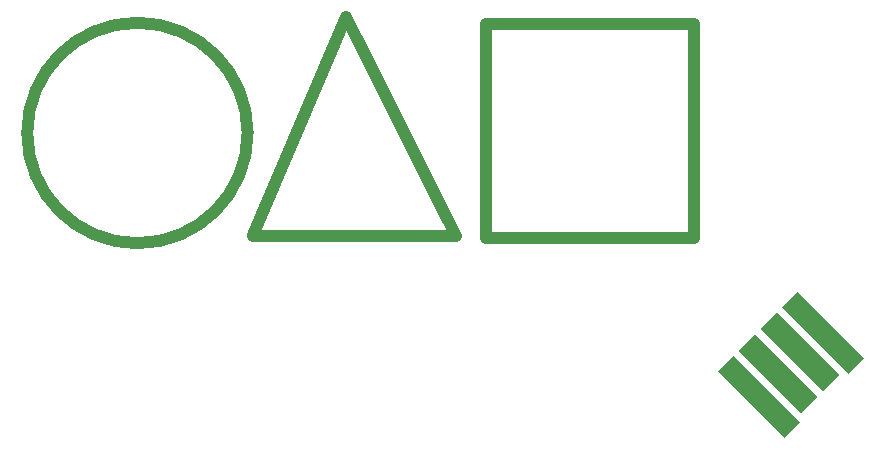
<source format=gts>
G04 #@! TF.GenerationSoftware,KiCad,Pcbnew,(6.0.1)*
G04 #@! TF.CreationDate,2023-12-15T21:36:30+05:30*
G04 #@! TF.ProjectId,Business card,42757369-6e65-4737-9320-636172642e6b,rev?*
G04 #@! TF.SameCoordinates,Original*
G04 #@! TF.FileFunction,Soldermask,Top*
G04 #@! TF.FilePolarity,Negative*
%FSLAX46Y46*%
G04 Gerber Fmt 4.6, Leading zero omitted, Abs format (unit mm)*
G04 Created by KiCad (PCBNEW (6.0.1)) date 2023-12-15 21:36:30*
%MOMM*%
%LPD*%
G01*
G04 APERTURE LIST*
G04 Aperture macros list*
%AMRotRect*
0 Rectangle, with rotation*
0 The origin of the aperture is its center*
0 $1 length*
0 $2 width*
0 $3 Rotation angle, in degrees counterclockwise*
0 Add horizontal line*
21,1,$1,$2,0,0,$3*%
G04 Aperture macros list end*
%ADD10C,1.000000*%
%ADD11RotRect,1.900000X8.000000X45.000000*%
%ADD12RotRect,2.000000X7.500000X45.000000*%
G04 APERTURE END LIST*
D10*
X83650000Y-82150000D02*
X74350000Y-63550000D01*
X66000000Y-73400000D02*
G75*
G03*
X66000000Y-73400000I-9333810J0D01*
G01*
X66450000Y-82152380D02*
X74950000Y-82150000D01*
X74350000Y-63550000D02*
X66450000Y-82050000D01*
X74650000Y-82150000D02*
X83650000Y-82150000D01*
X86200000Y-82300000D02*
X103800000Y-82300000D01*
X103800000Y-82300000D02*
X103800000Y-64200000D01*
X103800000Y-64200000D02*
X86200000Y-64200000D01*
X86200000Y-64200000D02*
X86200000Y-82300000D01*
D11*
G04 #@! TO.C,J2*
X114716616Y-90330327D03*
D12*
X112765001Y-91928388D03*
X110926523Y-93766866D03*
D11*
X109328462Y-95718481D03*
G04 #@! TD*
M02*

</source>
